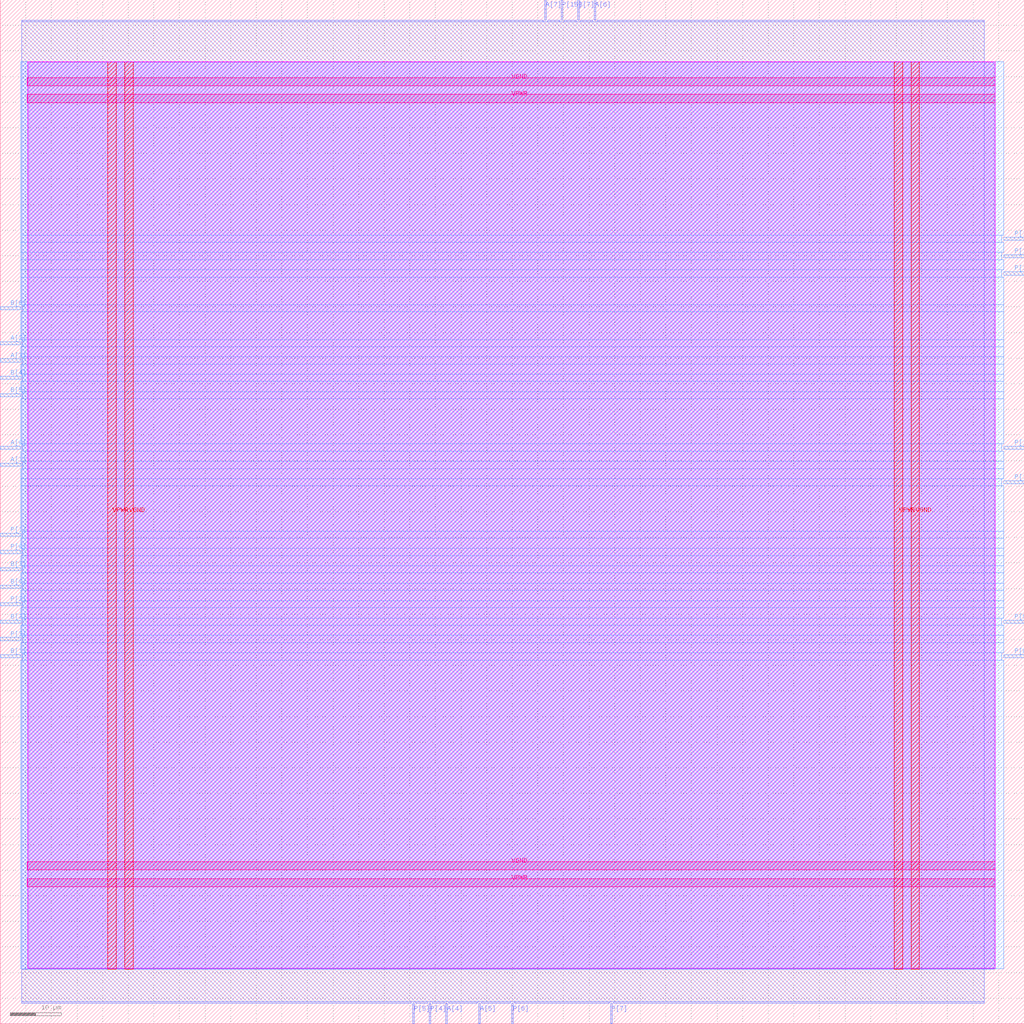
<source format=lef>
VERSION 5.7 ;
  NOWIREEXTENSIONATPIN ON ;
  DIVIDERCHAR "/" ;
  BUSBITCHARS "[]" ;
MACRO mult8_2bits_1op_e16966
  CLASS BLOCK ;
  FOREIGN mult8_2bits_1op_e16966 ;
  ORIGIN 0.000 0.000 ;
  SIZE 200.000 BY 200.000 ;
  PIN A[0]
    DIRECTION INPUT ;
    USE SIGNAL ;
    ANTENNAGATEAREA 0.495000 ;
    PORT
      LAYER met3 ;
        RECT 0.000 112.240 4.000 112.840 ;
    END
  END A[0]
  PIN A[1]
    DIRECTION INPUT ;
    USE SIGNAL ;
    ANTENNAGATEAREA 0.213000 ;
    PORT
      LAYER met3 ;
        RECT 0.000 108.840 4.000 109.440 ;
    END
  END A[1]
  PIN A[2]
    DIRECTION INPUT ;
    USE SIGNAL ;
    ANTENNAGATEAREA 0.495000 ;
    PORT
      LAYER met3 ;
        RECT 0.000 132.640 4.000 133.240 ;
    END
  END A[2]
  PIN A[3]
    DIRECTION INPUT ;
    USE SIGNAL ;
    ANTENNAGATEAREA 0.213000 ;
    PORT
      LAYER met3 ;
        RECT 0.000 129.240 4.000 129.840 ;
    END
  END A[3]
  PIN A[4]
    DIRECTION INPUT ;
    USE SIGNAL ;
    ANTENNAGATEAREA 0.196500 ;
    PORT
      LAYER met2 ;
        RECT 87.030 0.000 87.310 4.000 ;
    END
  END A[4]
  PIN A[5]
    DIRECTION INPUT ;
    USE SIGNAL ;
    ANTENNAGATEAREA 0.159000 ;
    PORT
      LAYER met2 ;
        RECT 93.470 0.000 93.750 4.000 ;
    END
  END A[5]
  PIN A[6]
    DIRECTION INPUT ;
    USE SIGNAL ;
    ANTENNAGATEAREA 0.196500 ;
    PORT
      LAYER met2 ;
        RECT 116.010 196.000 116.290 200.000 ;
    END
  END A[6]
  PIN A[7]
    DIRECTION INPUT ;
    USE SIGNAL ;
    ANTENNAGATEAREA 0.159000 ;
    PORT
      LAYER met2 ;
        RECT 106.350 196.000 106.630 200.000 ;
    END
  END A[7]
  PIN B[0]
    DIRECTION INPUT ;
    USE SIGNAL ;
    ANTENNAGATEAREA 0.742500 ;
    PORT
      LAYER met3 ;
        RECT 0.000 85.040 4.000 85.640 ;
    END
  END B[0]
  PIN B[1]
    DIRECTION INPUT ;
    USE SIGNAL ;
    ANTENNAGATEAREA 0.213000 ;
    PORT
      LAYER met3 ;
        RECT 0.000 71.440 4.000 72.040 ;
    END
  END B[1]
  PIN B[2]
    DIRECTION INPUT ;
    USE SIGNAL ;
    ANTENNAGATEAREA 0.213000 ;
    PORT
      LAYER met3 ;
        RECT 0.000 78.240 4.000 78.840 ;
    END
  END B[2]
  PIN B[3]
    DIRECTION INPUT ;
    USE SIGNAL ;
    ANTENNAGATEAREA 0.213000 ;
    PORT
      LAYER met3 ;
        RECT 0.000 88.440 4.000 89.040 ;
    END
  END B[3]
  PIN B[4]
    DIRECTION INPUT ;
    USE SIGNAL ;
    ANTENNAGATEAREA 0.213000 ;
    PORT
      LAYER met3 ;
        RECT 0.000 125.840 4.000 126.440 ;
    END
  END B[4]
  PIN B[5]
    DIRECTION INPUT ;
    USE SIGNAL ;
    ANTENNAGATEAREA 0.213000 ;
    PORT
      LAYER met3 ;
        RECT 0.000 122.440 4.000 123.040 ;
    END
  END B[5]
  PIN B[6]
    DIRECTION INPUT ;
    USE SIGNAL ;
    ANTENNAGATEAREA 0.126000 ;
    PORT
      LAYER met3 ;
        RECT 0.000 139.440 4.000 140.040 ;
    END
  END B[6]
  PIN B[7]
    DIRECTION INPUT ;
    USE SIGNAL ;
    ANTENNAGATEAREA 0.196500 ;
    PORT
      LAYER met2 ;
        RECT 112.790 196.000 113.070 200.000 ;
    END
  END B[7]
  PIN P[0]
    DIRECTION OUTPUT ;
    USE SIGNAL ;
    ANTENNADIFFAREA 0.445500 ;
    PORT
      LAYER met3 ;
        RECT 0.000 91.840 4.000 92.440 ;
    END
  END P[0]
  PIN P[10]
    DIRECTION OUTPUT ;
    USE SIGNAL ;
    ANTENNADIFFAREA 1.336500 ;
    PORT
      LAYER met3 ;
        RECT 196.000 105.440 200.000 106.040 ;
    END
  END P[10]
  PIN P[11]
    DIRECTION OUTPUT ;
    USE SIGNAL ;
    ANTENNADIFFAREA 1.336500 ;
    PORT
      LAYER met3 ;
        RECT 196.000 112.240 200.000 112.840 ;
    END
  END P[11]
  PIN P[12]
    DIRECTION OUTPUT ;
    USE SIGNAL ;
    ANTENNADIFFAREA 1.336500 ;
    PORT
      LAYER met3 ;
        RECT 196.000 146.240 200.000 146.840 ;
    END
  END P[12]
  PIN P[13]
    DIRECTION OUTPUT ;
    USE SIGNAL ;
    ANTENNADIFFAREA 1.336500 ;
    PORT
      LAYER met3 ;
        RECT 196.000 149.640 200.000 150.240 ;
    END
  END P[13]
  PIN P[14]
    DIRECTION OUTPUT ;
    USE SIGNAL ;
    ANTENNADIFFAREA 1.336500 ;
    PORT
      LAYER met3 ;
        RECT 196.000 153.040 200.000 153.640 ;
    END
  END P[14]
  PIN P[15]
    DIRECTION OUTPUT ;
    USE SIGNAL ;
    ANTENNADIFFAREA 1.336500 ;
    PORT
      LAYER met2 ;
        RECT 109.570 196.000 109.850 200.000 ;
    END
  END P[15]
  PIN P[1]
    DIRECTION OUTPUT ;
    USE SIGNAL ;
    ANTENNADIFFAREA 0.445500 ;
    PORT
      LAYER met3 ;
        RECT 0.000 95.240 4.000 95.840 ;
    END
  END P[1]
  PIN P[2]
    DIRECTION OUTPUT ;
    USE SIGNAL ;
    ANTENNADIFFAREA 0.445500 ;
    PORT
      LAYER met3 ;
        RECT 0.000 81.640 4.000 82.240 ;
    END
  END P[2]
  PIN P[3]
    DIRECTION OUTPUT ;
    USE SIGNAL ;
    ANTENNADIFFAREA 0.445500 ;
    PORT
      LAYER met3 ;
        RECT 0.000 74.840 4.000 75.440 ;
    END
  END P[3]
  PIN P[4]
    DIRECTION OUTPUT ;
    USE SIGNAL ;
    ANTENNADIFFAREA 0.445500 ;
    PORT
      LAYER met2 ;
        RECT 83.810 0.000 84.090 4.000 ;
    END
  END P[4]
  PIN P[5]
    DIRECTION OUTPUT ;
    USE SIGNAL ;
    ANTENNADIFFAREA 0.445500 ;
    PORT
      LAYER met2 ;
        RECT 80.590 0.000 80.870 4.000 ;
    END
  END P[5]
  PIN P[6]
    DIRECTION OUTPUT ;
    USE SIGNAL ;
    ANTENNADIFFAREA 1.336500 ;
    PORT
      LAYER met2 ;
        RECT 99.910 0.000 100.190 4.000 ;
    END
  END P[6]
  PIN P[7]
    DIRECTION OUTPUT ;
    USE SIGNAL ;
    ANTENNADIFFAREA 0.891000 ;
    PORT
      LAYER met2 ;
        RECT 119.230 0.000 119.510 4.000 ;
    END
  END P[7]
  PIN P[8]
    DIRECTION OUTPUT ;
    USE SIGNAL ;
    ANTENNADIFFAREA 1.336500 ;
    PORT
      LAYER met3 ;
        RECT 196.000 71.440 200.000 72.040 ;
    END
  END P[8]
  PIN P[9]
    DIRECTION OUTPUT ;
    USE SIGNAL ;
    ANTENNADIFFAREA 1.336500 ;
    PORT
      LAYER met3 ;
        RECT 196.000 78.240 200.000 78.840 ;
    END
  END P[9]
  PIN VGND
    DIRECTION INOUT ;
    USE GROUND ;
    PORT
      LAYER met4 ;
        RECT 24.340 10.640 25.940 187.920 ;
    END
    PORT
      LAYER met4 ;
        RECT 177.940 10.640 179.540 187.920 ;
    END
    PORT
      LAYER met5 ;
        RECT 5.280 30.030 194.360 31.630 ;
    END
    PORT
      LAYER met5 ;
        RECT 5.280 183.210 194.360 184.810 ;
    END
  END VGND
  PIN VPWR
    DIRECTION INOUT ;
    USE POWER ;
    PORT
      LAYER met4 ;
        RECT 21.040 10.640 22.640 187.920 ;
    END
    PORT
      LAYER met4 ;
        RECT 174.640 10.640 176.240 187.920 ;
    END
    PORT
      LAYER met5 ;
        RECT 5.280 26.730 194.360 28.330 ;
    END
    PORT
      LAYER met5 ;
        RECT 5.280 179.910 194.360 181.510 ;
    END
  END VPWR
  OBS
      LAYER nwell ;
        RECT 5.330 10.795 194.310 187.870 ;
      LAYER li1 ;
        RECT 5.520 10.795 194.120 187.765 ;
      LAYER met1 ;
        RECT 4.210 10.640 194.120 187.920 ;
      LAYER met2 ;
        RECT 4.230 195.720 106.070 196.000 ;
        RECT 106.910 195.720 109.290 196.000 ;
        RECT 110.130 195.720 112.510 196.000 ;
        RECT 113.350 195.720 115.730 196.000 ;
        RECT 116.570 195.720 192.190 196.000 ;
        RECT 4.230 4.280 192.190 195.720 ;
        RECT 4.230 4.000 80.310 4.280 ;
        RECT 81.150 4.000 83.530 4.280 ;
        RECT 84.370 4.000 86.750 4.280 ;
        RECT 87.590 4.000 93.190 4.280 ;
        RECT 94.030 4.000 99.630 4.280 ;
        RECT 100.470 4.000 118.950 4.280 ;
        RECT 119.790 4.000 192.190 4.280 ;
      LAYER met3 ;
        RECT 3.990 154.040 196.000 187.845 ;
        RECT 3.990 152.640 195.600 154.040 ;
        RECT 3.990 150.640 196.000 152.640 ;
        RECT 3.990 149.240 195.600 150.640 ;
        RECT 3.990 147.240 196.000 149.240 ;
        RECT 3.990 145.840 195.600 147.240 ;
        RECT 3.990 140.440 196.000 145.840 ;
        RECT 4.400 139.040 196.000 140.440 ;
        RECT 3.990 133.640 196.000 139.040 ;
        RECT 4.400 132.240 196.000 133.640 ;
        RECT 3.990 130.240 196.000 132.240 ;
        RECT 4.400 128.840 196.000 130.240 ;
        RECT 3.990 126.840 196.000 128.840 ;
        RECT 4.400 125.440 196.000 126.840 ;
        RECT 3.990 123.440 196.000 125.440 ;
        RECT 4.400 122.040 196.000 123.440 ;
        RECT 3.990 113.240 196.000 122.040 ;
        RECT 4.400 111.840 195.600 113.240 ;
        RECT 3.990 109.840 196.000 111.840 ;
        RECT 4.400 108.440 196.000 109.840 ;
        RECT 3.990 106.440 196.000 108.440 ;
        RECT 3.990 105.040 195.600 106.440 ;
        RECT 3.990 96.240 196.000 105.040 ;
        RECT 4.400 94.840 196.000 96.240 ;
        RECT 3.990 92.840 196.000 94.840 ;
        RECT 4.400 91.440 196.000 92.840 ;
        RECT 3.990 89.440 196.000 91.440 ;
        RECT 4.400 88.040 196.000 89.440 ;
        RECT 3.990 86.040 196.000 88.040 ;
        RECT 4.400 84.640 196.000 86.040 ;
        RECT 3.990 82.640 196.000 84.640 ;
        RECT 4.400 81.240 196.000 82.640 ;
        RECT 3.990 79.240 196.000 81.240 ;
        RECT 4.400 77.840 195.600 79.240 ;
        RECT 3.990 75.840 196.000 77.840 ;
        RECT 4.400 74.440 196.000 75.840 ;
        RECT 3.990 72.440 196.000 74.440 ;
        RECT 4.400 71.040 195.600 72.440 ;
        RECT 3.990 10.715 196.000 71.040 ;
  END
END mult8_2bits_1op_e16966
END LIBRARY


</source>
